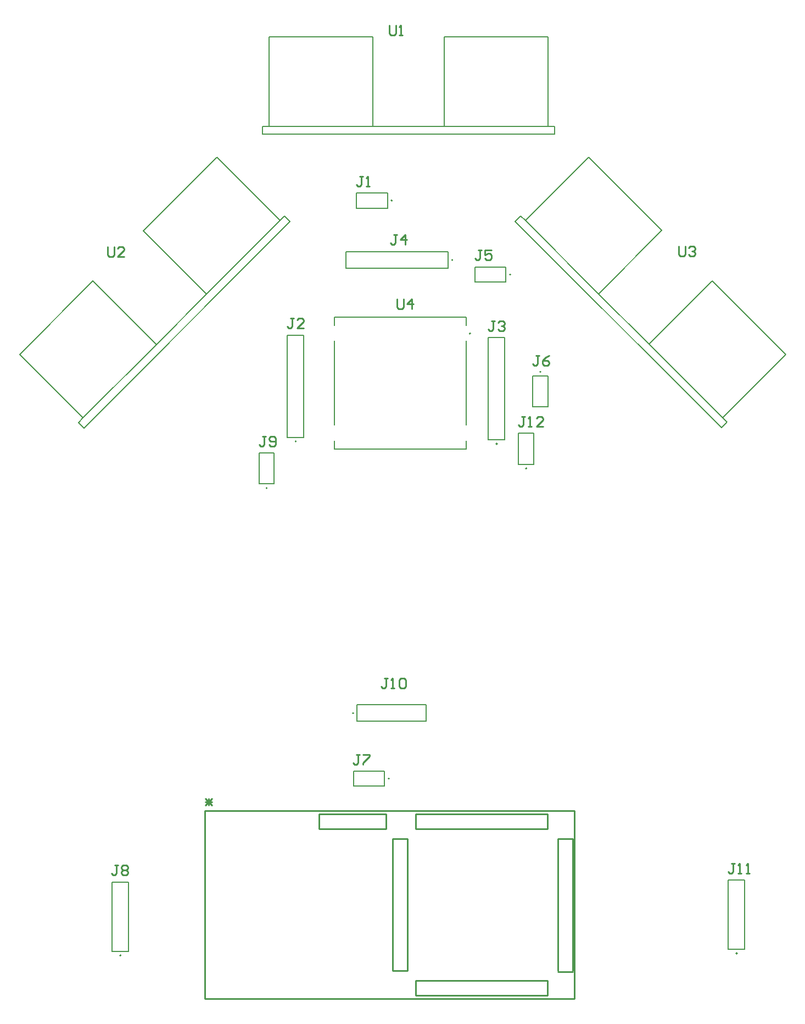
<source format=gbr>
G04*
G04 #@! TF.GenerationSoftware,Altium Limited,Altium Designer,24.9.1 (31)*
G04*
G04 Layer_Color=65535*
%FSLAX44Y44*%
%MOMM*%
G71*
G04*
G04 #@! TF.SameCoordinates,E522A728-1565-4151-A48C-DAC840DDD12B*
G04*
G04*
G04 #@! TF.FilePolarity,Positive*
G04*
G01*
G75*
%ADD10C,0.2000*%
%ADD11C,0.1270*%
%ADD12C,0.2540*%
D10*
X1834212Y9081770D02*
G03*
X1834212Y9081770I-1000J0D01*
G01*
X1920986Y8873844D02*
G03*
X1920986Y8873844I-1000J0D01*
G01*
X1713622Y9286494D02*
G03*
X1713622Y9286494I-1000J0D01*
G01*
X1896248Y9172448D02*
G03*
X1896248Y9172448I-1000J0D01*
G01*
X2245590Y8126820D02*
G03*
X2245590Y8126820I-1000J0D01*
G01*
X1709050Y8395970D02*
G03*
X1709050Y8395970I-1000J0D01*
G01*
X1520936Y8843618D02*
G03*
X1520936Y8843618I-1000J0D01*
G01*
X1565640Y8915490D02*
G03*
X1565640Y8915490I-1000J0D01*
G01*
X1942830Y9022742D02*
G03*
X1942830Y9022742I-1000J0D01*
G01*
X1654122Y8496816D02*
G03*
X1654122Y8496816I-1000J0D01*
G01*
X1806850Y9194800D02*
G03*
X1806850Y9194800I-1000J0D01*
G01*
X1875520Y8911680D02*
G03*
X1875520Y8911680I-1000J0D01*
G01*
X1295376Y8123772D02*
G03*
X1295376Y8123772I-1000J0D01*
G01*
D11*
X1624330Y9107170D02*
X1827530D01*
X1624330Y8903970D02*
X1827530D01*
X1624330Y8940570D02*
Y9070570D01*
X1827530Y8940570D02*
Y9070570D01*
Y9094470D02*
Y9107170D01*
Y8903970D02*
Y8916670D01*
X1624330Y9094470D02*
Y9107170D01*
Y8903970D02*
Y8916670D01*
X2031788Y9142830D02*
X2129368Y9240410D01*
X2109570Y9065048D02*
X2207150Y9162629D01*
X1918651Y9255967D02*
X2016232Y9353547D01*
X2222707Y8951911D02*
X2320287Y9049492D01*
X1903094Y9254553D02*
X1911580Y9263038D01*
X1903094Y9254553D02*
X2221293Y8936354D01*
X2229778Y8944839D01*
X2222707Y8951911D02*
X2229778Y8944839D01*
X2109570Y9065048D02*
X2222707Y8951911D01*
X2031788Y9142830D02*
X2109570Y9065048D01*
X1918651Y9255967D02*
X2031788Y9142830D01*
X1911580Y9263038D02*
X1918651Y9255967D01*
X2016232Y9353547D02*
X2129368Y9240410D01*
X2207150Y9162629D02*
X2320287Y9049492D01*
X1908306Y8880344D02*
X1931666D01*
X1908306Y8928104D02*
X1931666D01*
X1908306Y8880344D02*
Y8928104D01*
X1931666Y8880344D02*
Y8928104D01*
X1706122Y9274814D02*
Y9298174D01*
X1658362Y9274814D02*
Y9298174D01*
Y9274814D02*
X1706122D01*
X1658362Y9298174D02*
X1706122D01*
X1888748Y9160768D02*
Y9184128D01*
X1840988Y9160768D02*
Y9184128D01*
Y9160768D02*
X1888748D01*
X1840988Y9184128D02*
X1888748D01*
X2231390Y8133120D02*
X2256790D01*
Y8239720D01*
X2231390D02*
X2256790D01*
X2231390Y8133120D02*
Y8239720D01*
X1793630Y9538630D02*
X1953630D01*
X1523630D02*
X1683630D01*
X1513630Y9400630D02*
X1523630D01*
X1683630D01*
X1793630D01*
X1953630D01*
X1963630D01*
Y9388630D02*
Y9400630D01*
X1513630Y9388630D02*
X1963630D01*
X1513630D02*
Y9400630D01*
X1953630D02*
Y9538630D01*
X1523630Y9400630D02*
Y9538630D01*
X1793630Y9400630D02*
Y9538630D01*
X1683630Y9400630D02*
Y9538630D01*
X1701550Y8384290D02*
Y8407650D01*
X1653790Y8384290D02*
Y8407650D01*
Y8384290D02*
X1701550D01*
X1653790Y8407650D02*
X1701550D01*
X1508256Y8850118D02*
X1531616D01*
X1508256Y8897878D02*
X1531616D01*
X1508256Y8850118D02*
Y8897878D01*
X1531616Y8850118D02*
Y8897878D01*
X1551940Y8921790D02*
Y9079190D01*
X1577340D01*
Y8921790D02*
Y9079190D01*
X1551940Y8921790D02*
X1577340D01*
X1930150Y9016242D02*
X1953510D01*
X1930150Y8968482D02*
X1953510D01*
Y9016242D01*
X1930150Y8968482D02*
Y9016242D01*
X1659422Y8510016D02*
X1766022D01*
Y8484616D02*
Y8510016D01*
X1659422Y8484616D02*
X1766022D01*
X1659422D02*
Y8510016D01*
X1642150Y9182100D02*
X1799550D01*
X1642150D02*
Y9207500D01*
X1799550D01*
Y9182100D02*
Y9207500D01*
X1252059Y9162358D02*
X1349640Y9064777D01*
X1329841Y9240140D02*
X1427422Y9142559D01*
X1138922Y9049221D02*
X1236503Y8951640D01*
X1442978Y9353277D02*
X1540558Y9255696D01*
X1229432Y8944569D02*
X1237917Y8936084D01*
X1556115Y9254282D01*
X1547630Y9262767D02*
X1556115Y9254282D01*
X1540558Y9255696D02*
X1547630Y9262767D01*
X1427422Y9142559D02*
X1540558Y9255696D01*
X1349640Y9064777D02*
X1427422Y9142559D01*
X1236503Y8951640D02*
X1349640Y9064777D01*
X1229432Y8944569D02*
X1236503Y8951640D01*
X1138922Y9049221D02*
X1252059Y9162358D01*
X1329841Y9240140D02*
X1442978Y9353277D01*
X1861820Y8917980D02*
X1887220D01*
Y9075380D01*
X1861820D02*
X1887220D01*
X1861820Y8917980D02*
Y9075380D01*
X1281176Y8130072D02*
X1306576D01*
Y8236672D01*
X1281176D02*
X1306576D01*
X1281176Y8130072D02*
Y8236672D01*
D12*
X1703578Y8318500D02*
Y8341360D01*
X1600708Y8318500D02*
X1703578D01*
X1600708D02*
Y8341360D01*
X1703578D01*
X1952498Y8333740D02*
Y8341360D01*
X1749298D02*
X1952498D01*
X1749298Y8318500D02*
X1952498D01*
Y8336280D01*
X1736598Y8100060D02*
Y8121650D01*
X1952498Y8318500D02*
Y8341360D01*
X1713738Y8100060D02*
Y8303260D01*
X1736598D01*
Y8121650D02*
Y8303260D01*
X1928368Y8061960D02*
X1952498D01*
Y8084820D01*
X1749298D02*
X1952498D01*
X1749298Y8061960D02*
Y8084820D01*
Y8061960D02*
X1930908D01*
X1969008Y8100060D02*
Y8157210D01*
X1749298Y8061960D02*
Y8084820D01*
X1991868Y8100060D02*
Y8303260D01*
X1969008D02*
X1991868D01*
X1969008Y8157210D02*
Y8303260D01*
X1994408Y8056880D02*
Y8346440D01*
X1424178D02*
X1994408D01*
X1424178Y8056880D02*
Y8346440D01*
Y8056880D02*
X1994408D01*
X1969008Y8098790D02*
X1991868D01*
X1713738Y8100060D02*
X1736598D01*
X1749298Y8318500D02*
Y8341360D01*
X1720854Y9135107D02*
Y9122411D01*
X1723393Y9119872D01*
X1728472D01*
X1731011Y9122411D01*
Y9135107D01*
X1743707Y9119872D02*
Y9135107D01*
X1736089Y9127490D01*
X1746246D01*
X2155465Y9216117D02*
Y9203421D01*
X2158004Y9200882D01*
X2163082D01*
X2165622Y9203421D01*
Y9216117D01*
X2170700Y9213578D02*
X2173239Y9216117D01*
X2178318D01*
X2180857Y9213578D01*
Y9211038D01*
X2178318Y9208499D01*
X2175778D01*
X2178318D01*
X2180857Y9205960D01*
Y9203421D01*
X2178318Y9200882D01*
X2173239D01*
X2170700Y9203421D01*
X1425448Y8365486D02*
X1435605Y8355329D01*
X1425448D02*
X1435605Y8365486D01*
X1425448Y8360408D02*
X1435605D01*
X1430526Y8355329D02*
Y8365486D01*
X1918205Y8953749D02*
X1913126D01*
X1915665D01*
Y8941053D01*
X1913126Y8938514D01*
X1910587D01*
X1908048Y8941053D01*
X1923283Y8938514D02*
X1928361D01*
X1925822D01*
Y8953749D01*
X1923283Y8951210D01*
X1946136Y8938514D02*
X1935979D01*
X1946136Y8948671D01*
Y8951210D01*
X1943596Y8953749D01*
X1938518D01*
X1935979Y8951210D01*
X1668269Y9323827D02*
X1663190D01*
X1665730D01*
Y9311131D01*
X1663190Y9308592D01*
X1660651D01*
X1658112Y9311131D01*
X1673347Y9308592D02*
X1678425D01*
X1675886D01*
Y9323827D01*
X1673347Y9321288D01*
X1850895Y9209781D02*
X1845816D01*
X1848356D01*
Y9197085D01*
X1845816Y9194546D01*
X1843277D01*
X1840738Y9197085D01*
X1866130Y9209781D02*
X1855973D01*
Y9202164D01*
X1861051Y9204703D01*
X1863591D01*
X1866130Y9202164D01*
Y9197085D01*
X1863591Y9194546D01*
X1858512D01*
X1855973Y9197085D01*
X2241293Y8265409D02*
X2236214D01*
X2238754D01*
Y8252713D01*
X2236214Y8250174D01*
X2233675D01*
X2231136Y8252713D01*
X2246371Y8250174D02*
X2251449D01*
X2248910D01*
Y8265409D01*
X2246371Y8262870D01*
X2259067Y8250174D02*
X2264145D01*
X2261606D01*
Y8265409D01*
X2259067Y8262870D01*
X1709423Y9556747D02*
Y9544052D01*
X1711962Y9541512D01*
X1717041D01*
X1719580Y9544052D01*
Y9556747D01*
X1724658Y9541512D02*
X1729737D01*
X1727198D01*
Y9556747D01*
X1724658Y9554208D01*
X1663697Y8433303D02*
X1658618D01*
X1661158D01*
Y8420607D01*
X1658618Y8418068D01*
X1656079D01*
X1653540Y8420607D01*
X1668775Y8433303D02*
X1678932D01*
Y8430764D01*
X1668775Y8420607D01*
Y8418068D01*
X1518155Y8923523D02*
X1513076D01*
X1515616D01*
Y8910827D01*
X1513076Y8908288D01*
X1510537D01*
X1507998Y8910827D01*
X1523233D02*
X1525772Y8908288D01*
X1530851D01*
X1533390Y8910827D01*
Y8920984D01*
X1530851Y8923523D01*
X1525772D01*
X1523233Y8920984D01*
Y8918445D01*
X1525772Y8915906D01*
X1533390D01*
X1940049Y9047475D02*
X1934970D01*
X1937509D01*
Y9034779D01*
X1934970Y9032240D01*
X1932431D01*
X1929892Y9034779D01*
X1955284Y9047475D02*
X1950205Y9044936D01*
X1945127Y9039858D01*
Y9034779D01*
X1947666Y9032240D01*
X1952745D01*
X1955284Y9034779D01*
Y9037318D01*
X1952745Y9039858D01*
X1945127D01*
X1706375Y8550654D02*
X1701297D01*
X1703836D01*
Y8537958D01*
X1701297Y8535419D01*
X1698757D01*
X1696218Y8537958D01*
X1711453Y8535419D02*
X1716532D01*
X1713992D01*
Y8550654D01*
X1711453Y8548114D01*
X1724149D02*
X1726688Y8550654D01*
X1731767D01*
X1734306Y8548114D01*
Y8537958D01*
X1731767Y8535419D01*
X1726688D01*
X1724149Y8537958D01*
Y8548114D01*
X1275084Y9215118D02*
Y9202422D01*
X1277623Y9199882D01*
X1282702D01*
X1285241Y9202422D01*
Y9215118D01*
X1300476Y9199882D02*
X1290319D01*
X1300476Y9210039D01*
Y9212578D01*
X1297937Y9215118D01*
X1292858D01*
X1290319Y9212578D01*
X1291079Y8262361D02*
X1286000D01*
X1288539D01*
Y8249665D01*
X1286000Y8247126D01*
X1283461D01*
X1280922Y8249665D01*
X1296157Y8259822D02*
X1298696Y8262361D01*
X1303775D01*
X1306314Y8259822D01*
Y8257283D01*
X1303775Y8254744D01*
X1306314Y8252205D01*
Y8249665D01*
X1303775Y8247126D01*
X1298696D01*
X1296157Y8249665D01*
Y8252205D01*
X1298696Y8254744D01*
X1296157Y8257283D01*
Y8259822D01*
X1298696Y8254744D02*
X1303775D01*
X1720851Y9234167D02*
X1715773D01*
X1718312D01*
Y9221472D01*
X1715773Y9218932D01*
X1713233D01*
X1710694Y9221472D01*
X1733547Y9218932D02*
Y9234167D01*
X1725929Y9226550D01*
X1736086D01*
X1871723Y9101069D02*
X1866644D01*
X1869184D01*
Y9088373D01*
X1866644Y9085834D01*
X1864105D01*
X1861566Y9088373D01*
X1876801Y9098530D02*
X1879340Y9101069D01*
X1884419D01*
X1886958Y9098530D01*
Y9095991D01*
X1884419Y9093452D01*
X1881879D01*
X1884419D01*
X1886958Y9090912D01*
Y9088373D01*
X1884419Y9085834D01*
X1879340D01*
X1876801Y9088373D01*
X1561843Y9104879D02*
X1556764D01*
X1559303D01*
Y9092183D01*
X1556764Y9089644D01*
X1554225D01*
X1551686Y9092183D01*
X1577078Y9089644D02*
X1566921D01*
X1577078Y9099800D01*
Y9102340D01*
X1574539Y9104879D01*
X1569460D01*
X1566921Y9102340D01*
M02*

</source>
